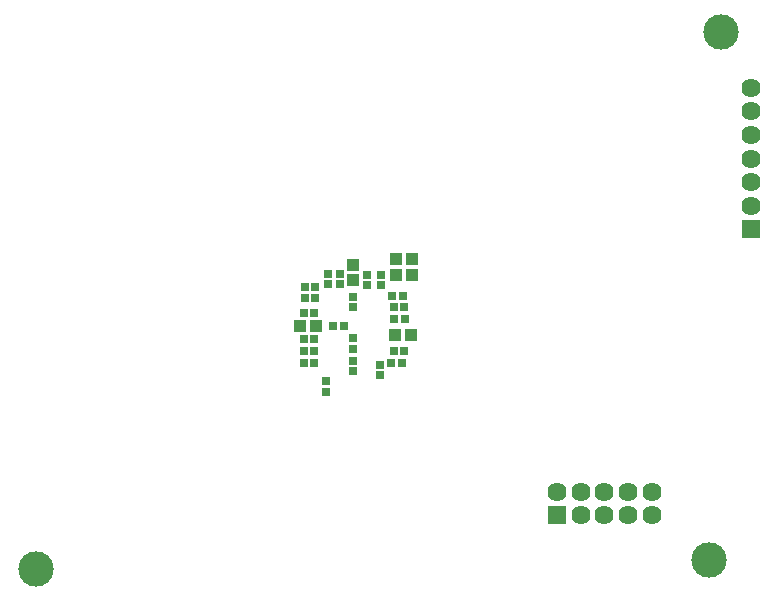
<source format=gbs>
G04*
G04 #@! TF.GenerationSoftware,Altium Limited,Altium Designer,24.4.1 (13)*
G04*
G04 Layer_Color=16711935*
%FSLAX44Y44*%
%MOMM*%
G71*
G04*
G04 #@! TF.SameCoordinates,4536C672-4AD0-40D2-8A8E-5A20E6426CBC*
G04*
G04*
G04 #@! TF.FilePolarity,Negative*
G04*
G01*
G75*
%ADD41R,0.7200X0.7600*%
%ADD42R,1.0200X1.1200*%
%ADD55R,1.1200X1.0200*%
%ADD59C,3.0000*%
%ADD60R,0.7600X0.7200*%
%ADD64C,1.6200*%
%ADD65R,1.6200X1.6200*%
D41*
X622600Y464000D02*
D03*
X631400D02*
D03*
X547600Y481000D02*
D03*
X556400D02*
D03*
X555400Y417000D02*
D03*
X546600D02*
D03*
X571600Y448000D02*
D03*
X580400D02*
D03*
X621600Y474000D02*
D03*
X630400D02*
D03*
X623100Y454000D02*
D03*
X631900D02*
D03*
X555400Y437000D02*
D03*
X546600D02*
D03*
Y427000D02*
D03*
X555400D02*
D03*
Y459000D02*
D03*
X546600D02*
D03*
X631400Y427000D02*
D03*
X622600D02*
D03*
X629400Y417000D02*
D03*
X620600D02*
D03*
X547600Y472000D02*
D03*
X556400D02*
D03*
D42*
X543250Y448000D02*
D03*
X556750D02*
D03*
X624250Y505000D02*
D03*
X637750D02*
D03*
Y491000D02*
D03*
X624250D02*
D03*
X637000Y440500D02*
D03*
X623500D02*
D03*
D55*
X588500Y486750D02*
D03*
Y500250D02*
D03*
D59*
X900000Y697500D02*
D03*
X890000Y250000D02*
D03*
X320000Y242500D02*
D03*
D60*
X611250Y415400D02*
D03*
Y406600D02*
D03*
X577000Y483600D02*
D03*
Y492400D02*
D03*
X567000D02*
D03*
Y483600D02*
D03*
X612000Y482600D02*
D03*
Y491400D02*
D03*
X600000D02*
D03*
Y482600D02*
D03*
X565000Y392600D02*
D03*
Y401400D02*
D03*
X588500Y464100D02*
D03*
Y472900D02*
D03*
Y410100D02*
D03*
Y418900D02*
D03*
Y437900D02*
D03*
Y429100D02*
D03*
D64*
X925000Y590000D02*
D03*
Y610000D02*
D03*
Y630000D02*
D03*
Y550000D02*
D03*
Y570000D02*
D03*
Y650000D02*
D03*
X761000Y308000D02*
D03*
X781000Y288000D02*
D03*
Y308000D02*
D03*
X801000Y288000D02*
D03*
Y308000D02*
D03*
X821000Y288000D02*
D03*
Y308000D02*
D03*
X841000Y288000D02*
D03*
Y308000D02*
D03*
D65*
X925000Y530000D02*
D03*
X761000Y288000D02*
D03*
M02*

</source>
